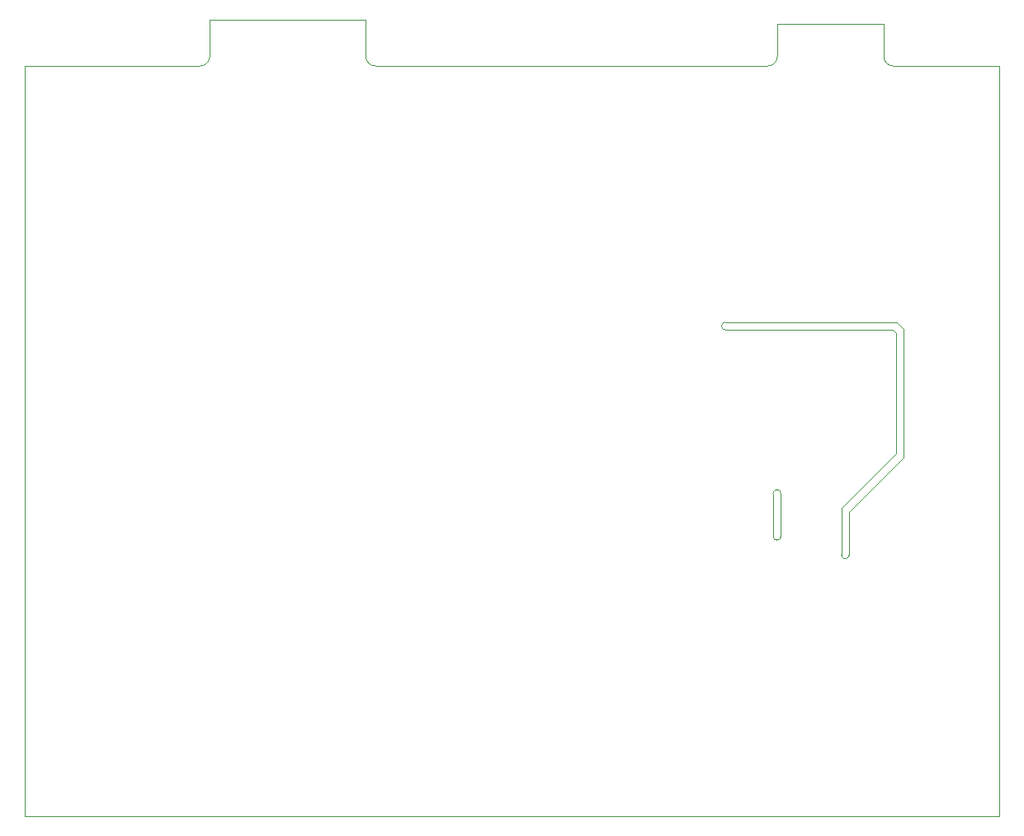
<source format=gbr>
%TF.GenerationSoftware,KiCad,Pcbnew,5.1.10-88a1d61d58~88~ubuntu18.04.1*%
%TF.CreationDate,2021-08-18T13:18:07+02:00*%
%TF.ProjectId,saba-fernbedienung,73616261-2d66-4657-926e-62656469656e,rev?*%
%TF.SameCoordinates,Original*%
%TF.FileFunction,Profile,NP*%
%FSLAX46Y46*%
G04 Gerber Fmt 4.6, Leading zero omitted, Abs format (unit mm)*
G04 Created by KiCad (PCBNEW 5.1.10-88a1d61d58~88~ubuntu18.04.1) date 2021-08-18 13:18:07*
%MOMM*%
%LPD*%
G01*
G04 APERTURE LIST*
%TA.AperFunction,Profile*%
%ADD10C,0.050000*%
%TD*%
G04 APERTURE END LIST*
D10*
X188500000Y-90100000D02*
X181700000Y-90100000D01*
X189100000Y-90100000D02*
X188500000Y-90100000D01*
X189300000Y-89300000D02*
X181900000Y-89300000D01*
X189400000Y-91000000D02*
X189400000Y-90400000D01*
X190200000Y-90300000D02*
X190200000Y-90000000D01*
X176250000Y-63000000D02*
X146850000Y-63000000D01*
X188150000Y-58700000D02*
X188150000Y-62000000D01*
X189150000Y-63000000D02*
X200000000Y-63000000D01*
X176800000Y-106900000D02*
X176800000Y-111300000D01*
X176800000Y-106900000D02*
G75*
G02*
X177600000Y-106900000I400000J0D01*
G01*
X177600000Y-111300000D02*
G75*
G02*
X176800000Y-111300000I-400000J0D01*
G01*
X177600000Y-111300000D02*
X177600000Y-106900000D01*
X189500000Y-89300000D02*
X190200000Y-90000000D01*
X189300000Y-89300000D02*
X189500000Y-89300000D01*
X189400000Y-90400000D02*
X189100000Y-90100000D01*
X190200000Y-103200000D02*
X190200000Y-90300000D01*
X184600000Y-108800000D02*
X190200000Y-103200000D01*
X189400000Y-102800000D02*
X189400000Y-91000000D01*
X183800000Y-108400000D02*
X189400000Y-102800000D01*
X181900000Y-89300000D02*
X171900000Y-89300000D01*
X184600000Y-113200000D02*
X184600000Y-108800000D01*
X183800000Y-108400000D02*
X183800000Y-113200000D01*
X180500000Y-90100000D02*
X181700000Y-90100000D01*
X171900000Y-90100000D02*
X180500000Y-90100000D01*
X171900000Y-90100000D02*
G75*
G02*
X171900000Y-89300000I0J400000D01*
G01*
X184600000Y-113200000D02*
G75*
G02*
X183800000Y-113200000I-400000J0D01*
G01*
X177250000Y-58700000D02*
X188150000Y-58700000D01*
X136000000Y-63000000D02*
X146850000Y-63000000D01*
X177250000Y-62000000D02*
G75*
G02*
X176250000Y-63000000I-1000000J0D01*
G01*
X177250000Y-62000000D02*
X177250000Y-58700000D01*
X135000000Y-58250000D02*
X135000000Y-62000000D01*
X136000000Y-63000000D02*
G75*
G02*
X135000000Y-62000000I0J1000000D01*
G01*
X189150000Y-63000000D02*
G75*
G02*
X188150000Y-62000000I0J1000000D01*
G01*
X119000000Y-58250000D02*
X135000000Y-58250000D01*
X119000000Y-62000000D02*
X119000000Y-58250000D01*
X119000000Y-62000000D02*
G75*
G02*
X118000000Y-63000000I-1000000J0D01*
G01*
X100000000Y-63000000D02*
X118000000Y-63000000D01*
X100000000Y-63000000D02*
X100000000Y-140000000D01*
X200000000Y-140000000D02*
X200000000Y-63000000D01*
X100000000Y-140000000D02*
X200000000Y-140000000D01*
M02*

</source>
